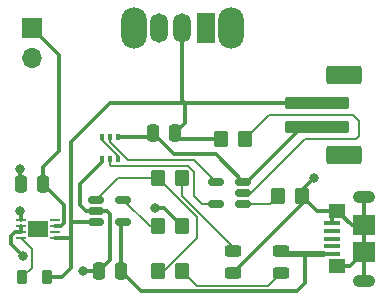
<source format=gbr>
%TF.GenerationSoftware,KiCad,Pcbnew,(6.0.10)*%
%TF.CreationDate,2023-02-04T18:20:05-05:00*%
%TF.ProjectId,lipo_charger,6c69706f-5f63-4686-9172-6765722e6b69,rev?*%
%TF.SameCoordinates,Original*%
%TF.FileFunction,Copper,L1,Top*%
%TF.FilePolarity,Positive*%
%FSLAX46Y46*%
G04 Gerber Fmt 4.6, Leading zero omitted, Abs format (unit mm)*
G04 Created by KiCad (PCBNEW (6.0.10)) date 2023-02-04 18:20:05*
%MOMM*%
%LPD*%
G01*
G04 APERTURE LIST*
G04 Aperture macros list*
%AMRoundRect*
0 Rectangle with rounded corners*
0 $1 Rounding radius*
0 $2 $3 $4 $5 $6 $7 $8 $9 X,Y pos of 4 corners*
0 Add a 4 corners polygon primitive as box body*
4,1,4,$2,$3,$4,$5,$6,$7,$8,$9,$2,$3,0*
0 Add four circle primitives for the rounded corners*
1,1,$1+$1,$2,$3*
1,1,$1+$1,$4,$5*
1,1,$1+$1,$6,$7*
1,1,$1+$1,$8,$9*
0 Add four rect primitives between the rounded corners*
20,1,$1+$1,$2,$3,$4,$5,0*
20,1,$1+$1,$4,$5,$6,$7,0*
20,1,$1+$1,$6,$7,$8,$9,0*
20,1,$1+$1,$8,$9,$2,$3,0*%
G04 Aperture macros list end*
%TA.AperFunction,ComponentPad*%
%ADD10R,1.700000X1.700000*%
%TD*%
%TA.AperFunction,ComponentPad*%
%ADD11O,1.700000X1.700000*%
%TD*%
%TA.AperFunction,SMDPad,CuDef*%
%ADD12RoundRect,0.250000X-2.500000X0.250000X-2.500000X-0.250000X2.500000X-0.250000X2.500000X0.250000X0*%
%TD*%
%TA.AperFunction,SMDPad,CuDef*%
%ADD13RoundRect,0.250000X-1.250000X0.550000X-1.250000X-0.550000X1.250000X-0.550000X1.250000X0.550000X0*%
%TD*%
%TA.AperFunction,SMDPad,CuDef*%
%ADD14RoundRect,0.250000X-0.250000X-0.475000X0.250000X-0.475000X0.250000X0.475000X-0.250000X0.475000X0*%
%TD*%
%TA.AperFunction,ComponentPad*%
%ADD15O,2.200000X3.500000*%
%TD*%
%TA.AperFunction,ComponentPad*%
%ADD16R,1.500000X2.500000*%
%TD*%
%TA.AperFunction,ComponentPad*%
%ADD17O,1.500000X2.500000*%
%TD*%
%TA.AperFunction,SMDPad,CuDef*%
%ADD18R,0.420000X0.600000*%
%TD*%
%TA.AperFunction,SMDPad,CuDef*%
%ADD19RoundRect,0.250000X0.350000X0.450000X-0.350000X0.450000X-0.350000X-0.450000X0.350000X-0.450000X0*%
%TD*%
%TA.AperFunction,SMDPad,CuDef*%
%ADD20RoundRect,0.250000X-0.350000X-0.450000X0.350000X-0.450000X0.350000X0.450000X-0.350000X0.450000X0*%
%TD*%
%TA.AperFunction,SMDPad,CuDef*%
%ADD21RoundRect,0.243750X0.456250X-0.243750X0.456250X0.243750X-0.456250X0.243750X-0.456250X-0.243750X0*%
%TD*%
%TA.AperFunction,SMDPad,CuDef*%
%ADD22RoundRect,0.150000X-0.512500X-0.150000X0.512500X-0.150000X0.512500X0.150000X-0.512500X0.150000X0*%
%TD*%
%TA.AperFunction,SMDPad,CuDef*%
%ADD23RoundRect,0.062500X-0.337500X-0.062500X0.337500X-0.062500X0.337500X0.062500X-0.337500X0.062500X0*%
%TD*%
%TA.AperFunction,SMDPad,CuDef*%
%ADD24R,1.700000X1.400000*%
%TD*%
%TA.AperFunction,SMDPad,CuDef*%
%ADD25RoundRect,0.218750X-0.218750X-0.381250X0.218750X-0.381250X0.218750X0.381250X-0.218750X0.381250X0*%
%TD*%
%TA.AperFunction,SMDPad,CuDef*%
%ADD26RoundRect,0.150000X0.512500X0.150000X-0.512500X0.150000X-0.512500X-0.150000X0.512500X-0.150000X0*%
%TD*%
%TA.AperFunction,SMDPad,CuDef*%
%ADD27RoundRect,0.250000X0.250000X0.475000X-0.250000X0.475000X-0.250000X-0.475000X0.250000X-0.475000X0*%
%TD*%
%TA.AperFunction,SMDPad,CuDef*%
%ADD28R,1.400000X0.400000*%
%TD*%
%TA.AperFunction,ComponentPad*%
%ADD29O,1.900000X1.050000*%
%TD*%
%TA.AperFunction,SMDPad,CuDef*%
%ADD30R,1.900000X1.750000*%
%TD*%
%TA.AperFunction,SMDPad,CuDef*%
%ADD31R,1.450000X1.150000*%
%TD*%
%TA.AperFunction,ViaPad*%
%ADD32C,0.800000*%
%TD*%
%TA.AperFunction,Conductor*%
%ADD33C,0.300000*%
%TD*%
%TA.AperFunction,Conductor*%
%ADD34C,0.150000*%
%TD*%
%TA.AperFunction,Conductor*%
%ADD35C,0.500000*%
%TD*%
G04 APERTURE END LIST*
D10*
%TO.P,J2,1*%
%TO.N,+5V*%
X135382000Y-104140000D03*
D11*
%TO.P,J2,2*%
%TO.N,GND*%
X135382000Y-106680000D03*
%TD*%
D12*
%TO.P,BT1,1,+*%
%TO.N,+BATT*%
X159560000Y-110506000D03*
%TO.P,BT1,2,-*%
%TO.N,-BATT*%
X159560000Y-112506000D03*
D13*
%TO.P,BT1,MP*%
%TO.N,N/C*%
X161810000Y-108106000D03*
X161810000Y-114906000D03*
%TD*%
D14*
%TO.P,C2,2*%
%TO.N,VBUS*%
X142936000Y-124714000D03*
%TO.P,C2,1*%
%TO.N,GND*%
X141036000Y-124714000D03*
%TD*%
D15*
%TO.P,SW1,*%
%TO.N,*%
X144014000Y-104140000D03*
X152214000Y-104140000D03*
D16*
%TO.P,SW1,1,A*%
%TO.N,unconnected-(SW1-Pad1)*%
X150114000Y-104140000D03*
D17*
%TO.P,SW1,2,B*%
%TO.N,+BATT*%
X148114000Y-104140000D03*
%TO.P,SW1,3,C*%
%TO.N,Net-(SW1-Pad3)*%
X146114000Y-104140000D03*
%TD*%
D18*
%TO.P,Q1,1,S2*%
%TO.N,GND*%
X141336000Y-115250000D03*
%TO.P,Q1,2,G2*%
%TO.N,Net-(Q1-Pad2)*%
X141986000Y-115250000D03*
%TO.P,Q1,3,D1*%
%TO.N,Net-(Q1-Pad3)*%
X142636000Y-115250000D03*
%TO.P,Q1,4,S1*%
%TO.N,-BATT*%
X142636000Y-113350000D03*
%TO.P,Q1,5,G1*%
%TO.N,Net-(Q1-Pad5)*%
X141986000Y-113350000D03*
%TO.P,Q1,6,D2*%
%TO.N,Net-(Q1-Pad3)*%
X141336000Y-113350000D03*
%TD*%
D19*
%TO.P,R3,1*%
%TO.N,GND*%
X158226000Y-118364000D03*
%TO.P,R3,2*%
%TO.N,Net-(R3-Pad2)*%
X156226000Y-118364000D03*
%TD*%
%TO.P,R1,1*%
%TO.N,GND*%
X148066000Y-120904000D03*
%TO.P,R1,2*%
%TO.N,Net-(R1-Pad2)*%
X146066000Y-120904000D03*
%TD*%
D20*
%TO.P,R2,1*%
%TO.N,Net-(R2-Pad1)*%
X146066000Y-116840000D03*
%TO.P,R2,2*%
%TO.N,Net-(D1-Pad2)*%
X148066000Y-116840000D03*
%TD*%
D21*
%TO.P,D1,1,K*%
%TO.N,GND*%
X152400000Y-124889500D03*
%TO.P,D1,2,A*%
%TO.N,Net-(D1-Pad2)*%
X152400000Y-123014500D03*
%TD*%
D22*
%TO.P,U1,1,STAT*%
%TO.N,Net-(R2-Pad1)*%
X140848500Y-118684000D03*
%TO.P,U1,2,VSS*%
%TO.N,GND*%
X140848500Y-119634000D03*
%TO.P,U1,3,VBAT*%
%TO.N,+BATT*%
X140848500Y-120584000D03*
%TO.P,U1,4,VDD*%
%TO.N,VBUS*%
X143123500Y-120584000D03*
%TO.P,U1,5,PROG*%
%TO.N,Net-(R1-Pad2)*%
X143123500Y-118684000D03*
%TD*%
D23*
%TO.P,U2,1,EN*%
%TO.N,Net-(SW1-Pad3)*%
X134440000Y-120408000D03*
%TO.P,U2,2,AGND*%
%TO.N,GND*%
X134440000Y-120908000D03*
%TO.P,U2,3,PGND*%
X134440000Y-121408000D03*
%TO.P,U2,4,SW*%
%TO.N,Net-(L1-Pad1)*%
X134440000Y-121908000D03*
%TO.P,U2,5,VIN*%
%TO.N,+BATT*%
X137340000Y-121908000D03*
%TO.P,U2,6*%
%TO.N,N/C*%
X137340000Y-121408000D03*
%TO.P,U2,7,VOUT*%
%TO.N,+5V*%
X137340000Y-120908000D03*
%TO.P,U2,8*%
%TO.N,N/C*%
X137340000Y-120408000D03*
D24*
%TO.P,U2,9*%
X135890000Y-121158000D03*
%TD*%
D21*
%TO.P,D2,1,K*%
%TO.N,Net-(D2-Pad1)*%
X156464000Y-124889500D03*
%TO.P,D2,2,A*%
%TO.N,VBUS*%
X156464000Y-123014500D03*
%TD*%
D25*
%TO.P,L1,1*%
%TO.N,Net-(L1-Pad1)*%
X134573500Y-125222000D03*
%TO.P,L1,2*%
%TO.N,+BATT*%
X136698500Y-125222000D03*
%TD*%
D14*
%TO.P,C3,1*%
%TO.N,-BATT*%
X145608000Y-113030000D03*
%TO.P,C3,2*%
%TO.N,+BATT*%
X147508000Y-113030000D03*
%TD*%
D26*
%TO.P,U3,1,VM*%
%TO.N,Net-(R3-Pad2)*%
X153283500Y-119060000D03*
%TO.P,U3,2,VDD*%
%TO.N,Net-(R4-Pad2)*%
X153283500Y-118110000D03*
%TO.P,U3,3,VSS*%
%TO.N,-BATT*%
X153283500Y-117160000D03*
%TO.P,U3,4,DO*%
%TO.N,Net-(Q1-Pad5)*%
X151008500Y-117160000D03*
%TO.P,U3,5,CO*%
%TO.N,Net-(Q1-Pad2)*%
X151008500Y-119060000D03*
%TD*%
D20*
%TO.P,R4,1*%
%TO.N,+BATT*%
X151416000Y-113538000D03*
%TO.P,R4,2*%
%TO.N,Net-(R4-Pad2)*%
X153416000Y-113538000D03*
%TD*%
%TO.P,R5,1*%
%TO.N,Net-(R2-Pad1)*%
X146066000Y-124714000D03*
%TO.P,R5,2*%
%TO.N,Net-(D2-Pad1)*%
X148066000Y-124714000D03*
%TD*%
D27*
%TO.P,C1,1*%
%TO.N,+5V*%
X136332000Y-117348000D03*
%TO.P,C1,2*%
%TO.N,GND*%
X134432000Y-117348000D03*
%TD*%
D28*
%TO.P,J1,1,VBUS*%
%TO.N,VBUS*%
X160830000Y-123280000D03*
%TO.P,J1,2,D-*%
%TO.N,unconnected-(J1-Pad2)*%
X160830000Y-122630000D03*
%TO.P,J1,3,D+*%
%TO.N,unconnected-(J1-Pad3)*%
X160830000Y-121980000D03*
%TO.P,J1,4,ID*%
%TO.N,unconnected-(J1-Pad4)*%
X160830000Y-121330000D03*
%TO.P,J1,5,GND*%
%TO.N,GND*%
X160830000Y-120680000D03*
D29*
%TO.P,J1,6,Shield*%
X163480000Y-118405000D03*
D30*
X163480000Y-123105000D03*
X163480000Y-120855000D03*
D31*
X161250000Y-124300000D03*
X161250000Y-119660000D03*
D29*
X163480000Y-125555000D03*
%TD*%
D32*
%TO.N,Net-(SW1-Pad3)*%
X134366000Y-119634000D03*
%TO.N,GND*%
X145796000Y-119380000D03*
X134366000Y-116078000D03*
X134620000Y-123444000D03*
X139700000Y-124714000D03*
X159258000Y-116840000D03*
%TD*%
D33*
%TO.N,Net-(SW1-Pad3)*%
X134440000Y-120408000D02*
X134440000Y-119708000D01*
X134440000Y-119708000D02*
X134366000Y-119634000D01*
%TO.N,GND*%
X134366000Y-116078000D02*
X134366000Y-117282000D01*
X134366000Y-117282000D02*
X134432000Y-117348000D01*
%TO.N,+5V*%
X137668000Y-106426000D02*
X135382000Y-104140000D01*
X137668000Y-114554000D02*
X137668000Y-106426000D01*
X136332000Y-115890000D02*
X137668000Y-114554000D01*
X136332000Y-117348000D02*
X136332000Y-115890000D01*
%TO.N,GND*%
X148066000Y-120904000D02*
X146542000Y-119380000D01*
X146542000Y-119380000D02*
X145796000Y-119380000D01*
X158226000Y-117872000D02*
X159258000Y-116840000D01*
X158226000Y-118364000D02*
X158226000Y-117872000D01*
X158226000Y-119063500D02*
X158226000Y-118364000D01*
X152400000Y-124889500D02*
X158226000Y-119063500D01*
%TO.N,+BATT*%
X148114000Y-110300000D02*
X148320000Y-110506000D01*
X148114000Y-104140000D02*
X148114000Y-110300000D01*
%TO.N,GND*%
X141036000Y-124714000D02*
X139700000Y-124714000D01*
D34*
%TO.N,Net-(L1-Pad1)*%
X135382000Y-124413500D02*
X134573500Y-125222000D01*
D33*
%TO.N,GND*%
X133604000Y-122428000D02*
X134620000Y-123444000D01*
X133604000Y-121760637D02*
X133604000Y-122428000D01*
D34*
%TO.N,Net-(L1-Pad1)*%
X135382000Y-122850000D02*
X135382000Y-124413500D01*
X134440000Y-121908000D02*
X135382000Y-122850000D01*
%TO.N,Net-(R2-Pad1)*%
X149352000Y-121920000D02*
X146558000Y-124714000D01*
X149352000Y-120126000D02*
X149352000Y-121920000D01*
X146066000Y-116840000D02*
X149352000Y-120126000D01*
X142692500Y-116840000D02*
X146066000Y-116840000D01*
X146558000Y-124714000D02*
X146066000Y-124714000D01*
X140848500Y-118684000D02*
X142692500Y-116840000D01*
%TO.N,Net-(D2-Pad1)*%
X156464000Y-124889500D02*
X155369500Y-125984000D01*
X155369500Y-125984000D02*
X149336000Y-125984000D01*
X149336000Y-125984000D02*
X148066000Y-124714000D01*
D33*
%TO.N,+BATT*%
X137340000Y-121908000D02*
X138672000Y-121908000D01*
X147508000Y-113030000D02*
X148320000Y-112218000D01*
X138672000Y-121908000D02*
X138684000Y-121920000D01*
X140848500Y-120584000D02*
X138750000Y-120584000D01*
X152162000Y-110506000D02*
X148320000Y-110506000D01*
X138684000Y-121920000D02*
X138684000Y-124460000D01*
X137922000Y-125222000D02*
X136698500Y-125222000D01*
X138750000Y-120584000D02*
X138684000Y-120650000D01*
X146034000Y-110506000D02*
X141968500Y-110506000D01*
X141968500Y-110506000D02*
X138684000Y-113790500D01*
X148320000Y-110506000D02*
X146034000Y-110506000D01*
X138684000Y-113790500D02*
X138684000Y-120650000D01*
X159560000Y-110506000D02*
X152162000Y-110506000D01*
X138684000Y-120650000D02*
X138684000Y-121920000D01*
X148320000Y-112218000D02*
X148320000Y-110506000D01*
X138684000Y-124460000D02*
X137922000Y-125222000D01*
X147508000Y-113030000D02*
X148016000Y-113538000D01*
X148016000Y-113538000D02*
X151416000Y-113538000D01*
D34*
%TO.N,Net-(R4-Pad2)*%
X162560000Y-111506000D02*
X163068000Y-112014000D01*
X162814000Y-113538000D02*
X158496000Y-113538000D01*
X163068000Y-112014000D02*
X163068000Y-113284000D01*
X155448000Y-111506000D02*
X162560000Y-111506000D01*
X153416000Y-113538000D02*
X155448000Y-111506000D01*
X163068000Y-113284000D02*
X162814000Y-113538000D01*
X158496000Y-113538000D02*
X153924000Y-118110000D01*
X153924000Y-118110000D02*
X153283500Y-118110000D01*
D33*
%TO.N,GND*%
X133956637Y-121408000D02*
X133604000Y-121760637D01*
X139446000Y-117348000D02*
X140208000Y-116586000D01*
X141986000Y-123764000D02*
X141986000Y-119888000D01*
X141336000Y-115458000D02*
X140208000Y-116586000D01*
X139954000Y-119634000D02*
X139446000Y-119126000D01*
X161250000Y-119660000D02*
X159522000Y-119660000D01*
X162445000Y-120855000D02*
X161250000Y-119660000D01*
X163480000Y-120855000D02*
X162445000Y-120855000D01*
X160830000Y-120080000D02*
X161250000Y-119660000D01*
X141336000Y-115250000D02*
X141336000Y-115458000D01*
X163480000Y-120855000D02*
X163480000Y-123105000D01*
X163480000Y-125555000D02*
X163480000Y-123105000D01*
X159522000Y-119660000D02*
X158226000Y-118364000D01*
X141732000Y-119634000D02*
X140848500Y-119634000D01*
X134440000Y-121408000D02*
X133956637Y-121408000D01*
X139446000Y-119126000D02*
X139446000Y-117348000D01*
X163480000Y-118405000D02*
X163480000Y-120855000D01*
X141986000Y-119888000D02*
X141732000Y-119634000D01*
X141036000Y-124714000D02*
X141986000Y-123764000D01*
X162285000Y-124300000D02*
X163480000Y-123105000D01*
X140848500Y-119634000D02*
X139954000Y-119634000D01*
X134440000Y-120908000D02*
X134440000Y-121408000D01*
X161250000Y-124300000D02*
X162285000Y-124300000D01*
X160830000Y-120680000D02*
X160830000Y-120080000D01*
D34*
%TO.N,Net-(R3-Pad2)*%
X155530000Y-119060000D02*
X153283500Y-119060000D01*
X156226000Y-118364000D02*
X155530000Y-119060000D01*
%TO.N,Net-(D1-Pad2)*%
X148066000Y-118348000D02*
X152400000Y-122682000D01*
X148066000Y-116840000D02*
X148066000Y-118348000D01*
X152400000Y-122682000D02*
X152400000Y-123014500D01*
%TO.N,Net-(R1-Pad2)*%
X145343500Y-120904000D02*
X143123500Y-118684000D01*
X146066000Y-120904000D02*
X145343500Y-120904000D01*
D33*
%TO.N,-BATT*%
X153283500Y-117160000D02*
X153604000Y-117160000D01*
X145288000Y-113350000D02*
X142636000Y-113350000D01*
X145608000Y-113030000D02*
X145288000Y-113350000D01*
X147386000Y-114808000D02*
X150931500Y-114808000D01*
X158258000Y-112506000D02*
X159560000Y-112506000D01*
X145608000Y-113030000D02*
X147386000Y-114808000D01*
X150931500Y-114808000D02*
X153283500Y-117160000D01*
X153604000Y-117160000D02*
X158258000Y-112506000D01*
D34*
%TO.N,Net-(Q1-Pad5)*%
X150942000Y-117160000D02*
X149098000Y-115316000D01*
X143542000Y-115316000D02*
X141986000Y-113760000D01*
X141986000Y-113760000D02*
X141986000Y-113350000D01*
X151008500Y-117160000D02*
X150942000Y-117160000D01*
X149098000Y-115316000D02*
X143542000Y-115316000D01*
%TO.N,Net-(Q1-Pad2)*%
X142110000Y-115824000D02*
X148590000Y-115824000D01*
X141986000Y-115700000D02*
X142110000Y-115824000D01*
X149098000Y-116332000D02*
X149098000Y-118364000D01*
X148590000Y-115824000D02*
X149098000Y-116332000D01*
X149794000Y-119060000D02*
X151008500Y-119060000D01*
X141986000Y-115250000D02*
X141986000Y-115700000D01*
X149098000Y-118364000D02*
X149794000Y-119060000D01*
D33*
%TO.N,VBUS*%
X142936000Y-124714000D02*
X142936000Y-120771500D01*
X142936000Y-124714000D02*
X144631000Y-126409000D01*
D35*
X156464000Y-123014500D02*
X156729500Y-123280000D01*
D33*
X158496000Y-125730000D02*
X158496000Y-123444000D01*
X157817000Y-126409000D02*
X158496000Y-125730000D01*
X144631000Y-126409000D02*
X157817000Y-126409000D01*
X142936000Y-120771500D02*
X143123500Y-120584000D01*
D35*
X156729500Y-123280000D02*
X160075000Y-123280000D01*
D33*
%TO.N,+5V*%
X137823363Y-120908000D02*
X138090000Y-120641363D01*
X138090000Y-120641363D02*
X138090000Y-119106000D01*
X137340000Y-120908000D02*
X137823363Y-120908000D01*
X138090000Y-119106000D02*
X136332000Y-117348000D01*
D34*
%TO.N,Net-(Q1-Pad3)*%
X141336000Y-113640000D02*
X141336000Y-113350000D01*
X142636000Y-114940000D02*
X141336000Y-113640000D01*
X142636000Y-115250000D02*
X142636000Y-114940000D01*
%TD*%
M02*

</source>
